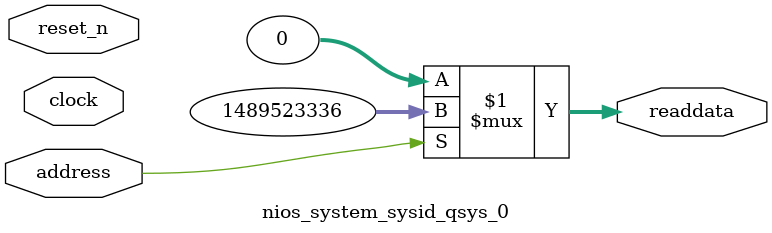
<source format=v>

`timescale 1ns / 1ps
// synthesis translate_on

// turn off superfluous verilog processor warnings 
// altera message_level Level1 
// altera message_off 10034 10035 10036 10037 10230 10240 10030 

module nios_system_sysid_qsys_0 (
               // inputs:
                address,
                clock,
                reset_n,

               // outputs:
                readdata
             )
;

  output  [ 31: 0] readdata;
  input            address;
  input            clock;
  input            reset_n;

  wire    [ 31: 0] readdata;
  //control_slave, which is an e_avalon_slave
  assign readdata = address ? 1489523336 : 0;

endmodule




</source>
